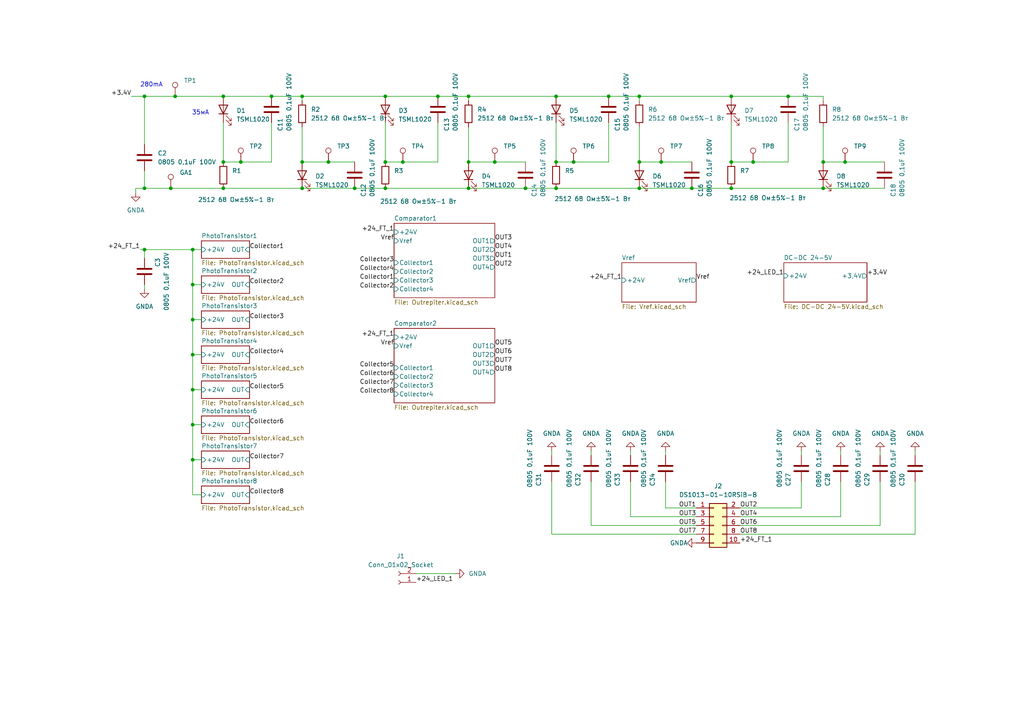
<source format=kicad_sch>
(kicad_sch (version 20231120) (generator "eeschema") (generator_version "8.0")
  (paper "A4")
  (lib_symbols
    (symbol "Connector:Conn_01x02_Socket" (pin_names (offset 1.016) hide)
      (property "Reference" "J" (at 0 2.54 0))
      (property "Value" "Conn_01x02_Socket" (at 0 -5.08 0))
      (symbol "Conn_01x02_Socket_1_1"
        (arc (start 0 -2.032) (mid -0.5058 -2.54) (end 0 -3.048) (stroke (width 0.1524)))
        (polyline (pts (xy -1.27 -2.54) (xy -0.508 -2.54)) (stroke (width 0.1524)))
        (polyline (pts (xy -1.27 0) (xy -0.508 0)) (stroke (width 0.1524)))
        (arc (start 0 0.508) (mid -0.5058 0) (end 0 -0.508) (stroke (width 0.1524)))
        (pin passive line (at -5.08 0 0) (length 3.81) (name "Pin_1") (number "1"))
        (pin passive line (at -5.08 -2.54 0) (length 3.81) (name "Pin_2") (number "2"))
      )
    )
    (symbol "Connector:TestPoint" (pin_numbers hide) (pin_names (offset 0.762) hide)
      (property "Reference" "TP" (at 0 6.858 0))
      (property "Value" "TestPoint" (at 0 5.08 0))
      (symbol "TestPoint_0_1"
        (circle (center 0 3.302) (radius 0.762))
      )
      (symbol "TestPoint_1_1"
        (pin passive line (at 0 0 90) (length 2.54) (name "1") (number "1"))
      )
    )
    (symbol "Connector_Generic:Conn_02x05_Odd_Even" (pin_names (offset 1.016) hide)
      (property "Reference" "J" (at 1.27 7.62 0))
      (property "Value" "Conn_02x05_Odd_Even" (at 1.27 -7.62 0))
      (symbol "Conn_02x05_Odd_Even_1_1"
        (rectangle (start -1.27 -4.953) (end 0 -5.207) (stroke (width 0.1524)))
        (rectangle (start -1.27 -2.413) (end 0 -2.667) (stroke (width 0.1524)))
        (rectangle (start -1.27 0.127) (end 0 -0.127) (stroke (width 0.1524)))
        (rectangle (start -1.27 2.667) (end 0 2.413) (stroke (width 0.1524)))
        (rectangle (start -1.27 5.207) (end 0 4.953) (stroke (width 0.1524)))
        (rectangle (start -1.27 6.35) (end 3.81 -6.35) (stroke (width 0.254)) (fill (type background)))
        (rectangle (start 3.81 -4.953) (end 2.54 -5.207) (stroke (width 0.1524)))
        (rectangle (start 3.81 -2.413) (end 2.54 -2.667) (stroke (width 0.1524)))
        (rectangle (start 3.81 0.127) (end 2.54 -0.127) (stroke (width 0.1524)))
        (rectangle (start 3.81 2.667) (end 2.54 2.413) (stroke (width 0.1524)))
        (rectangle (start 3.81 5.207) (end 2.54 4.953) (stroke (width 0.1524)))
        (pin passive line (at -5.08 5.08 0) (length 3.81) (name "Pin_1") (number "1"))
        (pin passive line (at 7.62 -5.08 180) (length 3.81) (name "Pin_10") (number "10"))
        (pin passive line (at 7.62 5.08 180) (length 3.81) (name "Pin_2") (number "2"))
        (pin passive line (at -5.08 2.54 0) (length 3.81) (name "Pin_3") (number "3"))
        (pin passive line (at 7.62 2.54 180) (length 3.81) (name "Pin_4") (number "4"))
        (pin passive line (at -5.08 0 0) (length 3.81) (name "Pin_5") (number "5"))
        (pin passive line (at 7.62 0 180) (length 3.81) (name "Pin_6") (number "6"))
        (pin passive line (at -5.08 -2.54 0) (length 3.81) (name "Pin_7") (number "7"))
        (pin passive line (at 7.62 -2.54 180) (length 3.81) (name "Pin_8") (number "8"))
        (pin passive line (at -5.08 -5.08 0) (length 3.81) (name "Pin_9") (number "9"))
      )
    )
    (symbol "Device:C" (pin_numbers hide) (pin_names (offset 0.254))
      (property "Reference" "C" (at 0.635 2.54 0))
      (property "Value" "C" (at 0.635 -2.54 0))
      (symbol "C_0_1"
        (polyline (pts (xy -2.032 -0.762) (xy 2.032 -0.762)) (stroke (width 0.508)))
        (polyline (pts (xy -2.032 0.762) (xy 2.032 0.762)) (stroke (width 0.508)))
      )
      (symbol "C_1_1"
        (pin passive line (at 0 3.81 270) (length 2.794) (name "~") (number "1"))
        (pin passive line (at 0 -3.81 90) (length 2.794) (name "~") (number "2"))
      )
    )
    (symbol "Device:LED" (pin_numbers hide) (pin_names (offset 1.016) hide)
      (property "Reference" "D" (at 0 2.54 0))
      (property "Value" "LED" (at 0 -2.54 0))
      (symbol "LED_0_1"
        (polyline (pts (xy -1.27 -1.27) (xy -1.27 1.27)) (stroke (width 0.254)))
        (polyline (pts (xy -1.27 0) (xy 1.27 0)))
        (polyline (pts (xy 1.27 -1.27) (xy 1.27 1.27) (xy -1.27 0) (xy 1.27 -1.27)) (stroke (width 0.254)))
        (polyline (pts (xy -3.048 -0.762) (xy -4.572 -2.286) (xy -3.81 -2.286) (xy -4.572 -2.286) (xy -4.572 -1.524)))
        (polyline (pts (xy -1.778 -0.762) (xy -3.302 -2.286) (xy -2.54 -2.286) (xy -3.302 -2.286) (xy -3.302 -1.524)))
      )
      (symbol "LED_1_1"
        (pin passive line (at -3.81 0 0) (length 2.54) (name "K") (number "1"))
        (pin passive line (at 3.81 0 180) (length 2.54) (name "A") (number "2"))
      )
    )
    (symbol "Device:R" (pin_numbers hide) (pin_names (offset 0))
      (property "Reference" "R" (at 2.032 0 90))
      (property "Value" "R" (at 0 0 90))
      (symbol "R_0_1"
        (rectangle (start -1.016 -2.54) (end 1.016 2.54) (stroke (width 0.254)))
      )
      (symbol "R_1_1"
        (pin passive line (at 0 3.81 270) (length 1.27) (name "~") (number "1"))
        (pin passive line (at 0 -3.81 90) (length 1.27) (name "~") (number "2"))
      )
    )
    (symbol "PCM_4ms_Power-symbol:GNDA" (power) (pin_numbers hide) (pin_names (offset 0) hide)
      (property "Value" "GNDA" (at 0 -3.81 0))
      (symbol "GNDA_0_1"
        (polyline (pts (xy 0 0) (xy 0 -1.27) (xy 1.27 -1.27) (xy 0 -2.54) (xy -1.27 -1.27) (xy 0 -1.27)))
      )
      (symbol "GNDA_1_1"
        (pin power_in line (at 0 0 270) (length 0) hide (name "GNDA") (number "1"))
      )
    )
  )
  (junction (at 212.09 54.61))
  (junction (at 87.63 46.99))
  (junction (at 245.11 46.99))
  (junction (at 69.85 46.99))
  (junction (at 41.91 72.39))
  (junction (at 87.63 54.61))
  (junction (at 55.88 113.03))
  (junction (at 64.77 54.61))
  (junction (at 111.76 46.99))
  (junction (at 64.77 27.94))
  (junction (at 41.91 54.61))
  (junction (at 50.8 27.94))
  (junction (at 191.77 46.99))
  (junction (at 212.09 27.94))
  (junction (at 55.88 82.55))
  (junction (at 152.4 54.61))
  (junction (at 41.91 27.94))
  (junction (at 185.42 54.61))
  (junction (at 212.09 46.99))
  (junction (at 127 27.94))
  (junction (at 185.42 46.99))
  (junction (at 161.29 27.94))
  (junction (at 55.88 72.39))
  (junction (at 143.51 46.99))
  (junction (at 218.44 46.99))
  (junction (at 55.88 102.87))
  (junction (at 200.66 54.61))
  (junction (at 116.84 46.99))
  (junction (at 55.88 133.35))
  (junction (at 64.77 46.99))
  (junction (at 102.87 54.61))
  (junction (at 176.53 27.94))
  (junction (at 161.29 46.99))
  (junction (at 111.76 54.61))
  (junction (at 95.25 46.99))
  (junction (at 135.89 46.99))
  (junction (at 228.6 27.94))
  (junction (at 78.74 27.94))
  (junction (at 166.37 46.99))
  (junction (at 87.63 27.94))
  (junction (at 55.88 123.19))
  (junction (at 185.42 27.94))
  (junction (at 161.29 54.61))
  (junction (at 111.76 27.94))
  (junction (at 135.89 27.94))
  (junction (at 135.89 54.61))
  (junction (at 238.76 54.61))
  (junction (at 238.76 46.99))
  (junction (at 49.53 54.61))
  (junction (at 55.88 92.71))
  (wire (pts (xy 228.6 27.94) (xy 212.09 27.94)))
  (wire (pts (xy 171.45 139.7) (xy 171.45 152.4)))
  (wire (pts (xy 116.84 46.99) (xy 111.76 46.99)))
  (wire (pts (xy 41.91 27.94) (xy 41.91 41.91)))
  (wire (pts (xy 58.42 82.55) (xy 55.88 82.55)))
  (wire (pts (xy 55.88 92.71) (xy 55.88 82.55)))
  (wire (pts (xy 265.43 154.94) (xy 214.63 154.94)))
  (wire (pts (xy 49.53 54.61) (xy 64.77 54.61)))
  (wire (pts (xy 232.41 147.32) (xy 214.63 147.32)))
  (wire (pts (xy 135.89 46.99) (xy 143.51 46.99)))
  (wire (pts (xy 185.42 29.21) (xy 185.42 27.94)))
  (wire (pts (xy 171.45 132.08) (xy 171.45 130.81)))
  (wire (pts (xy 87.63 27.94) (xy 111.76 27.94)))
  (wire (pts (xy 265.43 139.7) (xy 265.43 154.94)))
  (wire (pts (xy 55.88 72.39) (xy 58.42 72.39)))
  (wire (pts (xy 176.53 27.94) (xy 185.42 27.94)))
  (wire (pts (xy 243.84 132.08) (xy 243.84 130.81)))
  (wire (pts (xy 55.88 113.03) (xy 55.88 102.87)))
  (wire (pts (xy 238.76 46.99) (xy 238.76 36.83)))
  (wire (pts (xy 176.53 46.99) (xy 166.37 46.99)))
  (wire (pts (xy 143.51 46.99) (xy 152.4 46.99)))
  (wire (pts (xy 232.41 139.7) (xy 232.41 147.32)))
  (wire (pts (xy 132.08 166.37) (xy 120.65 166.37)))
  (wire (pts (xy 69.85 46.99) (xy 64.77 46.99)))
  (wire (pts (xy 232.41 132.08) (xy 232.41 130.81)))
  (wire (pts (xy 41.91 82.55) (xy 41.91 83.82)))
  (wire (pts (xy 58.42 133.35) (xy 55.88 133.35)))
  (wire (pts (xy 161.29 35.56) (xy 161.29 46.99)))
  (wire (pts (xy 245.11 46.99) (xy 256.54 46.99)))
  (wire (pts (xy 64.77 54.61) (xy 87.63 54.61)))
  (wire (pts (xy 87.63 46.99) (xy 87.63 36.83)))
  (wire (pts (xy 55.88 143.51) (xy 55.88 133.35)))
  (wire (pts (xy 228.6 35.56) (xy 228.6 46.99)))
  (wire (pts (xy 127 46.99) (xy 116.84 46.99)))
  (wire (pts (xy 243.84 139.7) (xy 243.84 149.86)))
  (wire (pts (xy 40.64 72.39) (xy 41.91 72.39)))
  (wire (pts (xy 255.27 152.4) (xy 214.63 152.4)))
  (wire (pts (xy 161.29 54.61) (xy 185.42 54.61)))
  (wire (pts (xy 127 27.94) (xy 135.89 27.94)))
  (wire (pts (xy 39.37 54.61) (xy 41.91 54.61)))
  (wire (pts (xy 87.63 54.61) (xy 102.87 54.61)))
  (wire (pts (xy 111.76 35.56) (xy 111.76 46.99)))
  (wire (pts (xy 111.76 54.61) (xy 135.89 54.61)))
  (wire (pts (xy 182.88 149.86) (xy 201.93 149.86)))
  (wire (pts (xy 182.88 139.7) (xy 182.88 149.86)))
  (wire (pts (xy 127 35.56) (xy 127 46.99)))
  (wire (pts (xy 78.74 27.94) (xy 87.63 27.94)))
  (wire (pts (xy 243.84 149.86) (xy 214.63 149.86)))
  (wire (pts (xy 102.87 54.61) (xy 111.76 54.61)))
  (wire (pts (xy 255.27 139.7) (xy 255.27 152.4)))
  (wire (pts (xy 41.91 72.39) (xy 55.88 72.39)))
  (wire (pts (xy 193.04 132.08) (xy 193.04 130.81)))
  (wire (pts (xy 185.42 54.61) (xy 200.66 54.61)))
  (wire (pts (xy 55.88 123.19) (xy 55.88 113.03)))
  (wire (pts (xy 58.42 92.71) (xy 55.88 92.71)))
  (wire (pts (xy 200.66 54.61) (xy 212.09 54.61)))
  (wire (pts (xy 78.74 35.56) (xy 78.74 46.99)))
  (wire (pts (xy 87.63 29.21) (xy 87.63 27.94)))
  (wire (pts (xy 38.1 27.94) (xy 41.91 27.94)))
  (wire (pts (xy 166.37 46.99) (xy 161.29 46.99)))
  (wire (pts (xy 135.89 27.94) (xy 161.29 27.94)))
  (wire (pts (xy 218.44 46.99) (xy 212.09 46.99)))
  (wire (pts (xy 64.77 27.94) (xy 78.74 27.94)))
  (wire (pts (xy 171.45 152.4) (xy 201.93 152.4)))
  (wire (pts (xy 55.88 133.35) (xy 55.88 123.19)))
  (wire (pts (xy 160.02 154.94) (xy 201.93 154.94)))
  (wire (pts (xy 39.37 55.88) (xy 39.37 54.61)))
  (wire (pts (xy 160.02 139.7) (xy 160.02 154.94)))
  (wire (pts (xy 238.76 54.61) (xy 256.54 54.61)))
  (wire (pts (xy 176.53 35.56) (xy 176.53 46.99)))
  (wire (pts (xy 135.89 54.61) (xy 152.4 54.61)))
  (wire (pts (xy 87.63 46.99) (xy 95.25 46.99)))
  (wire (pts (xy 238.76 27.94) (xy 228.6 27.94)))
  (wire (pts (xy 265.43 132.08) (xy 265.43 130.81)))
  (wire (pts (xy 55.88 82.55) (xy 55.88 72.39)))
  (wire (pts (xy 58.42 113.03) (xy 55.88 113.03)))
  (wire (pts (xy 185.42 46.99) (xy 191.77 46.99)))
  (wire (pts (xy 238.76 29.21) (xy 238.76 27.94)))
  (wire (pts (xy 193.04 139.7) (xy 193.04 147.32)))
  (wire (pts (xy 41.91 72.39) (xy 41.91 74.93)))
  (wire (pts (xy 58.42 102.87) (xy 55.88 102.87)))
  (wire (pts (xy 238.76 54.61) (xy 212.09 54.61)))
  (wire (pts (xy 185.42 27.94) (xy 212.09 27.94)))
  (wire (pts (xy 238.76 46.99) (xy 245.11 46.99)))
  (wire (pts (xy 228.6 46.99) (xy 218.44 46.99)))
  (wire (pts (xy 161.29 27.94) (xy 176.53 27.94)))
  (wire (pts (xy 212.09 35.56) (xy 212.09 46.99)))
  (wire (pts (xy 160.02 132.08) (xy 160.02 130.81)))
  (wire (pts (xy 135.89 46.99) (xy 135.89 36.83)))
  (wire (pts (xy 185.42 46.99) (xy 185.42 36.83)))
  (wire (pts (xy 58.42 143.51) (xy 55.88 143.51)))
  (wire (pts (xy 152.4 54.61) (xy 161.29 54.61)))
  (wire (pts (xy 182.88 132.08) (xy 182.88 130.81)))
  (wire (pts (xy 95.25 46.99) (xy 102.87 46.99)))
  (wire (pts (xy 50.8 27.94) (xy 64.77 27.94)))
  (wire (pts (xy 78.74 46.99) (xy 69.85 46.99)))
  (wire (pts (xy 255.27 132.08) (xy 255.27 130.81)))
  (wire (pts (xy 58.42 123.19) (xy 55.88 123.19)))
  (wire (pts (xy 191.77 46.99) (xy 200.66 46.99)))
  (wire (pts (xy 135.89 29.21) (xy 135.89 27.94)))
  (wire (pts (xy 41.91 27.94) (xy 50.8 27.94)))
  (wire (pts (xy 193.04 147.32) (xy 201.93 147.32)))
  (wire (pts (xy 41.91 49.53) (xy 41.91 54.61)))
  (wire (pts (xy 55.88 102.87) (xy 55.88 92.71)))
  (wire (pts (xy 41.91 54.61) (xy 49.53 54.61)))
  (wire (pts (xy 64.77 35.56) (xy 64.77 46.99)))
  (wire (pts (xy 111.76 27.94) (xy 127 27.94)))
  (text "35мА" (at 58.166 32.766 0) (effects (font (size 1.27 1.27))))
  (text "280mA" (at 40.64 25.4 0) (effects (font (size 1.27 1.27)) (justify left bottom)))
  (label "Vref" (at 114.3 69.85 180))
  (label "OUT6" (at 214.63 152.4 0))
  (label "OUT3" (at 143.51 69.85 0))
  (label "Collector4" (at 114.3 78.74 180))
  (label "Vref" (at 201.93 81.28 0))
  (label "OUT2" (at 214.63 147.32 0))
  (label "+24_FT_1" (at 40.64 72.39 180))
  (label "OUT7" (at 143.51 105.41 0))
  (label "Collector7" (at 114.3 111.76 180))
  (label "OUT8" (at 143.51 107.95 0))
  (label "OUT4" (at 143.51 72.39 0))
  (label "OUT7" (at 201.93 154.94 180))
  (label "+24_FT_1" (at 214.63 157.48 0))
  (label "Collector5" (at 72.39 113.03 0))
  (label "Collector6" (at 72.39 123.19 0))
  (label "OUT2" (at 143.51 77.47 0))
  (label "Collector2" (at 114.3 83.82 180))
  (label "OUT6" (at 143.51 102.87 0))
  (label "OUT3" (at 201.93 149.86 180))
  (label "Collector1" (at 72.39 72.39 0))
  (label "Collector3" (at 114.3 76.2 180))
  (label "Collector8" (at 114.3 114.3 180))
  (label "OUT1" (at 143.51 74.93 0))
  (label "OUT8" (at 214.63 154.94 0))
  (label "OUT4" (at 214.63 149.86 0))
  (label "+24_FT_1" (at 114.3 67.31 180))
  (label "Collector2" (at 72.39 82.55 0))
  (label "Vref" (at 114.3 100.33 180))
  (label "+24_FT_1" (at 114.3 97.79 180))
  (label "+3.4V" (at 38.1 27.94 180))
  (label "Collector3" (at 72.39 92.71 0))
  (label "OUT1" (at 201.93 147.32 180))
  (label "Collector8" (at 72.39 143.51 0))
  (label "Collector4" (at 72.39 102.87 0))
  (label "OUT5" (at 201.93 152.4 180))
  (label "OUT5" (at 143.51 100.33 0))
  (label "+3.4V" (at 251.46 80.01 0))
  (label "+24_FT_1" (at 180.34 81.28 180))
  (label "+24_LED_1" (at 120.65 168.91 0))
  (label "+24_LED_1" (at 227.33 80.01 180))
  (label "Collector1" (at 114.3 81.28 180))
  (label "Collector5" (at 114.3 106.68 180))
  (label "Collector7" (at 72.39 133.35 0))
  (label "Collector6" (at 114.3 109.22 180))
  (symbol (lib_id "Device:C") (at 256.54 50.8 0) (unit 1)
    (property "Reference" "C18" (at 259.08 57.15 90) (effects (justify left)))
    (property "Value" "0805 0,1uF 100V" (at 261.62 57.15 90) (effects (justify left)))
    (property "Footprint" "Capacitor_SMD:C_0805_2012Metric" (effects (hide yes)))
  )
  (symbol (lib_id "PCM_4ms_Power-symbol:GNDA") (at 243.84 130.81 180) (unit 1)
    (property "Reference" "#PWR031" (effects (hide yes)))
    (property "Value" "GNDA" (at 243.84 125.73 0))
  )
  (symbol (lib_id "Device:R") (at 238.76 33.02 0) (unit 1)
    (property "Reference" "R8" (at 241.3 31.75 0) (effects (justify left)))
    (property "Value" "2512 68 Ом±5%-1 Вт" (at 241.3 34.29 0) (effects (justify left)))
    (property "Footprint" "Resistor_SMD:R_2512_6332Metric" (effects (hide yes)))
  )
  (symbol (lib_id "Device:C") (at 200.66 50.8 0) (unit 1)
    (property "Reference" "C16" (at 203.2 57.15 90) (effects (justify left)))
    (property "Value" "0805 0,1uF 100V" (at 205.74 57.15 90) (effects (justify left)))
    (property "Footprint" "Capacitor_SMD:C_0805_2012Metric" (effects (hide yes)))
  )
  (symbol (lib_id "PCM_4ms_Power-symbol:GNDA") (at 182.88 130.81 180) (unit 1)
    (property "Reference" "#PWR036" (effects (hide yes)))
    (property "Value" "GNDA" (at 182.88 125.73 0))
  )
  (symbol (lib_id "Device:C") (at 265.43 135.89 180) (unit 1)
    (property "Reference" "C30" (at 261.62 137.16 90) (effects (justify left)))
    (property "Value" "0805 0,1uF 100V" (at 259.08 124.46 90) (effects (justify left)))
    (property "Footprint" "Capacitor_SMD:C_0805_2012Metric" (effects (hide yes)))
  )
  (symbol (lib_id "Device:R") (at 212.09 50.8 0) (unit 1)
    (property "Reference" "R7" (at 214.63 49.53 0) (effects (justify left)))
    (property "Value" "2512 68 Ом±5%-1 Вт" (at 211.582 57.404 0) (effects (justify left)))
    (property "Footprint" "Resistor_SMD:R_2512_6332Metric" (effects (hide yes)))
  )
  (symbol (lib_id "PCM_4ms_Power-symbol:GNDA") (at 193.04 130.81 180) (unit 1)
    (property "Reference" "#PWR037" (effects (hide yes)))
    (property "Value" "GNDA" (at 193.04 125.73 0))
  )
  (symbol (lib_id "Device:R") (at 111.76 50.8 0) (unit 1)
    (property "Reference" "R3" (at 114.3 49.53 0) (effects (justify left)))
    (property "Value" "2512 68 Ом±5%-1 Вт" (at 110.236 58.42 0) (effects (justify left)))
    (property "Footprint" "Resistor_SMD:R_2512_6332Metric" (effects (hide yes)))
  )
  (symbol (lib_id "Device:C") (at 102.87 50.8 0) (unit 1)
    (property "Reference" "C12" (at 105.41 57.15 90) (effects (justify left)))
    (property "Value" "0805 0,1uF 100V" (at 107.95 57.15 90) (effects (justify left)))
    (property "Footprint" "Capacitor_SMD:C_0805_2012Metric" (effects (hide yes)))
  )
  (symbol (lib_id "Connector:TestPoint") (at 69.85 46.99 0) (unit 1)
    (property "Reference" "TP2" (at 72.39 42.4179 0) (effects (justify left)))
    (property "Value" "TestPoint" (effects (hide yes)))
    (property "Footprint" "TestPoint:TestPoint_Pad_D1.0mm" (effects (hide yes)))
    (property "Description" "test point" (effects (hide yes)))
  )
  (symbol (lib_id "Device:R") (at 135.89 33.02 0) (unit 1)
    (property "Reference" "R4" (at 138.43 31.75 0) (effects (justify left)))
    (property "Value" "2512 68 Ом±5%-1 Вт" (at 138.43 34.29 0) (effects (justify left)))
    (property "Footprint" "Resistor_SMD:R_2512_6332Metric" (effects (hide yes)))
  )
  (symbol (lib_id "Device:C") (at 182.88 135.89 180) (unit 1)
    (property "Reference" "C33" (at 179.07 137.16 90) (effects (justify left)))
    (property "Value" "0805 0,1uF 100V" (at 176.53 124.46 90) (effects (justify left)))
    (property "Footprint" "Capacitor_SMD:C_0805_2012Metric" (effects (hide yes)))
  )
  (symbol (lib_id "Connector:TestPoint") (at 166.37 46.99 0) (unit 1)
    (property "Reference" "TP6" (at 168.91 42.4179 0) (effects (justify left)))
    (property "Value" "TestPoint" (effects (hide yes)))
    (property "Footprint" "TestPoint:TestPoint_Pad_D1.0mm" (effects (hide yes)))
    (property "Description" "test point" (effects (hide yes)))
  )
  (symbol (lib_id "Connector:TestPoint") (at 49.53 54.61 0) (unit 1)
    (property "Reference" "GA1" (at 52.07 50.0379 0) (effects (justify left)))
    (property "Value" "TestPoint" (effects (hide yes)))
    (property "Footprint" "TestPoint:TestPoint_Pad_D1.0mm" (effects (hide yes)))
    (property "Description" "test point" (effects (hide yes)))
  )
  (symbol (lib_id "Device:R") (at 64.77 50.8 0) (unit 1)
    (property "Reference" "R1" (at 67.31 49.53 0) (effects (justify left)))
    (property "Value" "2512 68 Ом±5%-1 Вт" (at 57.404 57.912 0) (effects (justify left)))
    (property "Footprint" "Resistor_SMD:R_2512_6332Metric" (effects (hide yes)))
  )
  (symbol (lib_id "Connector:TestPoint") (at 191.77 46.99 0) (unit 1)
    (property "Reference" "TP7" (at 194.31 42.4179 0) (effects (justify left)))
    (property "Value" "TestPoint" (effects (hide yes)))
    (property "Footprint" "TestPoint:TestPoint_Pad_D1.0mm" (effects (hide yes)))
    (property "Description" "test point" (effects (hide yes)))
  )
  (symbol (lib_id "PCM_4ms_Power-symbol:GNDA") (at 39.37 55.88 0) (unit 1)
    (property "Reference" "#PWR01" (effects (hide yes)))
    (property "Value" "GNDA" (at 39.37 60.96 0))
  )
  (symbol (lib_id "Device:C") (at 160.02 135.89 180) (unit 1)
    (property "Reference" "C31" (at 156.21 137.16 90) (effects (justify left)))
    (property "Value" "0805 0,1uF 100V" (at 153.67 124.46 90) (effects (justify left)))
    (property "Footprint" "Capacitor_SMD:C_0805_2012Metric" (effects (hide yes)))
  )
  (symbol (lib_id "PCM_4ms_Power-symbol:GNDA") (at 160.02 130.81 180) (unit 1)
    (property "Reference" "#PWR034" (effects (hide yes)))
    (property "Value" "GNDA" (at 160.02 125.73 0))
  )
  (symbol (lib_id "Device:LED") (at 212.09 31.75 90) (unit 1)
    (property "Reference" "D7" (at 215.9 32.0675 90) (effects (justify right)))
    (property "Value" "TSML1020" (at 215.9 34.6075 90) (effects (justify right)))
    (property "Footprint" "Diode_SMD:D_MiniMELF" (effects (hide yes)))
    (property "Datasheet" "https://static.chipdip.ru/lib/677/DOC040677850.pdf" (effects (hide yes)))
  )
  (symbol (lib_id "PCM_4ms_Power-symbol:GNDA") (at 171.45 130.81 180) (unit 1)
    (property "Reference" "#PWR035" (effects (hide yes)))
    (property "Value" "GNDA" (at 171.45 125.73 0))
  )
  (symbol (lib_id "Device:R") (at 185.42 33.02 0) (unit 1)
    (property "Reference" "R6" (at 187.96 31.75 0) (effects (justify left)))
    (property "Value" "2512 68 Ом±5%-1 Вт" (at 187.96 34.29 0) (effects (justify left)))
    (property "Footprint" "Resistor_SMD:R_2512_6332Metric" (effects (hide yes)))
  )
  (symbol (lib_id "Device:LED") (at 111.76 31.75 90) (unit 1)
    (property "Reference" "D3" (at 115.57 32.0675 90) (effects (justify right)))
    (property "Value" "TSML1020" (at 115.57 34.6075 90) (effects (justify right)))
    (property "Footprint" "Diode_SMD:D_MiniMELF" (effects (hide yes)))
    (property "Datasheet" "https://static.chipdip.ru/lib/677/DOC040677850.pdf" (effects (hide yes)))
  )
  (symbol (lib_id "Device:LED") (at 135.89 50.8 90) (unit 1)
    (property "Reference" "D4" (at 139.7 51.1175 90) (effects (justify right)))
    (property "Value" "TSML1020" (at 139.7 53.6575 90) (effects (justify right)))
    (property "Footprint" "Diode_SMD:D_MiniMELF" (effects (hide yes)))
    (property "Datasheet" "https://static.chipdip.ru/lib/677/DOC040677850.pdf" (effects (hide yes)))
  )
  (symbol (lib_id "Device:R") (at 87.63 33.02 0) (unit 1)
    (property "Reference" "R2" (at 90.17 31.75 0) (effects (justify left)))
    (property "Value" "2512 68 Ом±5%-1 Вт" (at 90.17 34.29 0) (effects (justify left)))
    (property "Footprint" "Resistor_SMD:R_2512_6332Metric" (effects (hide yes)))
  )
  (symbol (lib_id "Device:LED") (at 161.29 31.75 90) (unit 1)
    (property "Reference" "D5" (at 165.1 32.0675 90) (effects (justify right)))
    (property "Value" "TSML1020" (at 165.1 34.6075 90) (effects (justify right)))
    (property "Footprint" "Diode_SMD:D_MiniMELF" (effects (hide yes)))
    (property "Datasheet" "https://static.chipdip.ru/lib/677/DOC040677850.pdf" (effects (hide yes)))
  )
  (symbol (lib_id "Device:C") (at 255.27 135.89 180) (unit 1)
    (property "Reference" "C29" (at 251.46 137.16 90) (effects (justify left)))
    (property "Value" "0805 0,1uF 100V" (at 248.92 124.46 90) (effects (justify left)))
    (property "Footprint" "Capacitor_SMD:C_0805_2012Metric" (effects (hide yes)))
  )
  (symbol (lib_id "Device:C") (at 152.4 50.8 0) (unit 1)
    (property "Reference" "C14" (at 154.94 57.15 90) (effects (justify left)))
    (property "Value" "0805 0,1uF 100V" (at 157.48 57.15 90) (effects (justify left)))
    (property "Footprint" "Capacitor_SMD:C_0805_2012Metric" (effects (hide yes)))
  )
  (symbol (lib_id "Device:LED") (at 185.42 50.8 90) (unit 1)
    (property "Reference" "D6" (at 189.23 51.1175 90) (effects (justify right)))
    (property "Value" "TSML1020" (at 189.23 53.6575 90) (effects (justify right)))
    (property "Footprint" "Diode_SMD:D_MiniMELF" (effects (hide yes)))
    (property "Datasheet" "https://static.chipdip.ru/lib/677/DOC040677850.pdf" (effects (hide yes)))
  )
  (symbol (lib_id "Device:C") (at 228.6 31.75 0) (unit 1)
    (property "Reference" "C17" (at 231.14 38.1 90) (effects (justify left)))
    (property "Value" "0805 0,1uF 100V" (at 233.68 38.1 90) (effects (justify left)))
    (property "Footprint" "Capacitor_SMD:C_0805_2012Metric" (effects (hide yes)))
  )
  (symbol (lib_id "Device:C") (at 127 31.75 0) (unit 1)
    (property "Reference" "C13" (at 129.54 38.1 90) (effects (justify left)))
    (property "Value" "0805 0,1uF 100V" (at 132.08 38.1 90) (effects (justify left)))
    (property "Footprint" "Capacitor_SMD:C_0805_2012Metric" (effects (hide yes)))
  )
  (symbol (lib_id "Connector_Generic:Conn_02x05_Odd_Even") (at 207.01 152.4 0) (unit 1)
    (property "Reference" "J2" (at 208.28 140.97 0))
    (property "Value" "DS1013-01-10RSiB-B" (at 208.28 143.51 0))
    (property "Footprint" "Connector_IDC:IDC-Header_2x05_P2.54mm_Horizontal" (effects (hide yes)))
  )
  (symbol (lib_id "Device:C") (at 232.41 135.89 180) (unit 1)
    (property "Reference" "C27" (at 228.6 137.16 90) (effects (justify left)))
    (property "Value" "0805 0,1uF 100V" (at 226.06 124.46 90) (effects (justify left)))
    (property "Footprint" "Capacitor_SMD:C_0805_2012Metric" (effects (hide yes)))
  )
  (symbol (lib_id "PCM_4ms_Power-symbol:GNDA") (at 132.08 166.37 90) (unit 1)
    (property "Reference" "#PWR024" (effects (hide yes)))
    (property "Value" "GNDA" (at 135.89 166.37 90) (effects (justify right)))
  )
  (symbol (lib_id "PCM_4ms_Power-symbol:GNDA") (at 255.27 130.81 180) (unit 1)
    (property "Reference" "#PWR032" (effects (hide yes)))
    (property "Value" "GNDA" (at 255.27 125.73 0))
  )
  (symbol (lib_id "Device:C") (at 193.04 135.89 180) (unit 1)
    (property "Reference" "C34" (at 189.23 137.16 90) (effects (justify left)))
    (property "Value" "0805 0,1uF 100V" (at 186.69 124.46 90) (effects (justify left)))
    (property "Footprint" "Capacitor_SMD:C_0805_2012Metric" (effects (hide yes)))
  )
  (symbol (lib_id "Connector:TestPoint") (at 143.51 46.99 0) (unit 1)
    (property "Reference" "TP5" (at 146.05 42.4179 0) (effects (justify left)))
    (property "Value" "TestPoint" (effects (hide yes)))
    (property "Footprint" "TestPoint:TestPoint_Pad_D1.0mm" (effects (hide yes)))
    (property "Description" "test point" (effects (hide yes)))
  )
  (symbol (lib_id "Device:LED") (at 87.63 50.8 90) (unit 1)
    (property "Reference" "D2" (at 91.44 51.1175 90) (effects (justify right)))
    (property "Value" "TSML1020" (at 91.44 53.6575 90) (effects (justify right)))
    (property "Footprint" "Diode_SMD:D_MiniMELF" (effects (hide yes)))
    (property "Datasheet" "https://static.chipdip.ru/lib/677/DOC040677850.pdf" (effects (hide yes)))
  )
  (symbol (lib_id "Device:C") (at 78.74 31.75 0) (unit 1)
    (property "Reference" "C11" (at 81.28 38.1 90) (effects (justify left)))
    (property "Value" "0805 0,1uF 100V" (at 83.82 38.1 90) (effects (justify left)))
    (property "Footprint" "Capacitor_SMD:C_0805_2012Metric" (effects (hide yes)))
  )
  (symbol (lib_id "Device:C") (at 243.84 135.89 180) (unit 1)
    (property "Reference" "C28" (at 240.03 137.16 90) (effects (justify left)))
    (property "Value" "0805 0,1uF 100V" (at 237.49 124.46 90) (effects (justify left)))
    (property "Footprint" "Capacitor_SMD:C_0805_2012Metric" (effects (hide yes)))
  )
  (symbol (lib_id "PCM_4ms_Power-symbol:GNDA") (at 265.43 130.81 180) (unit 1)
    (property "Reference" "#PWR033" (effects (hide yes)))
    (property "Value" "GNDA" (at 265.43 125.73 0))
  )
  (symbol (lib_id "PCM_4ms_Power-symbol:GNDA") (at 201.93 157.48 270) (unit 1)
    (property "Reference" "#PWR023" (effects (hide yes)))
    (property "Value" "GNDA" (at 194.31 157.48 90) (effects (justify left)))
  )
  (symbol (lib_id "Connector:TestPoint") (at 218.44 46.99 0) (unit 1)
    (property "Reference" "TP8" (at 220.98 42.4179 0) (effects (justify left)))
    (property "Value" "TestPoint" (effects (hide yes)))
    (property "Footprint" "TestPoint:TestPoint_Pad_D1.0mm" (effects (hide yes)))
    (property "Description" "test point" (effects (hide yes)))
  )
  (symbol (lib_id "Connector:TestPoint") (at 95.25 46.99 0) (unit 1)
    (property "Reference" "TP3" (at 97.79 42.4179 0) (effects (justify left)))
    (property "Value" "TestPoint" (effects (hide yes)))
    (property "Footprint" "TestPoint:TestPoint_Pad_D1.0mm" (effects (hide yes)))
    (property "Description" "test point" (effects (hide yes)))
  )
  (symbol (lib_id "Connector:TestPoint") (at 50.8 27.94 0) (unit 1)
    (property "Reference" "TP1" (at 53.34 23.3679 0) (effects (justify left)))
    (property "Value" "TestPoint" (effects (hide yes)))
    (property "Footprint" "TestPoint:TestPoint_Pad_D1.0mm" (effects (hide yes)))
    (property "Description" "test point" (effects (hide yes)))
  )
  (symbol (lib_id "Device:C") (at 41.91 45.72 0) (unit 1)
    (property "Reference" "C2" (at 45.72 44.45 0) (effects (justify left)))
    (property "Value" "0805 0,1uF 100V" (at 45.72 46.99 0) (effects (justify left)))
    (property "Footprint" "Capacitor_SMD:C_0805_2012Metric" (effects (hide yes)))
  )
  (symbol (lib_id "Connector:Conn_01x02_Socket") (at 115.57 168.91 180) (unit 1) (in_bom no)
    (property "Reference" "J1" (at 116.205 161.29 0))
    (property "Value" "Conn_01x02_Socket" (at 116.205 163.83 0))
    (property "Footprint" "Connector_Wire:SolderWire-0.75sqmm_1x02_P7mm_D1.25mm_OD3.5mm" (effects (hide yes)))
  )
  (symbol (lib_id "PCM_4ms_Power-symbol:GNDA") (at 41.91 83.82 0) (unit 1)
    (property "Reference" "#PWR07" (effects (hide yes)))
    (property "Value" "GNDA" (at 41.91 88.9 0))
  )
  (symbol (lib_id "Device:C") (at 171.45 135.89 180) (unit 1)
    (property "Reference" "C32" (at 167.64 137.16 90) (effects (justify left)))
    (property "Value" "0805 0,1uF 100V" (at 165.1 124.46 90) (effects (justify left)))
    (property "Footprint" "Capacitor_SMD:C_0805_2012Metric" (effects (hide yes)))
  )
  (symbol (lib_id "Connector:TestPoint") (at 116.84 46.99 0) (unit 1)
    (property "Reference" "TP4" (at 119.38 42.4179 0) (effects (justify left)))
    (property "Value" "TestPoint" (effects (hide yes)))
    (property "Footprint" "TestPoint:TestPoint_Pad_D1.0mm" (effects (hide yes)))
    (property "Description" "test point" (effects (hide yes)))
  )
  (symbol (lib_id "Device:C") (at 41.91 78.74 0) (unit 1)
    (property "Reference" "C3" (at 45.72 77.47 90) (effects (justify left)))
    (property "Value" "0805 0,1uF 100V" (at 48.26 90.17 90) (effects (justify left)))
    (property "Footprint" "Capacitor_SMD:C_0805_2012Metric" (effects (hide yes)))
  )
  (symbol (lib_id "PCM_4ms_Power-symbol:GNDA") (at 232.41 130.81 180) (unit 1)
    (property "Reference" "#PWR030" (effects (hide yes)))
    (property "Value" "GNDA" (at 232.41 125.73 0))
  )
  (symbol (lib_id "Device:LED") (at 64.77 31.75 90) (unit 1)
    (property "Reference" "D1" (at 68.58 32.0675 90) (effects (justify right)))
    (property "Value" "TSML1020" (at 68.58 34.6075 90) (effects (justify right)))
    (property "Footprint" "Diode_SMD:D_MiniMELF" (effects (hide yes)))
    (property "Datasheet" "https://static.chipdip.ru/lib/677/DOC040677850.pdf" (effects (hide yes)))
  )
  (symbol (lib_id "Connector:TestPoint") (at 245.11 46.99 0) (unit 1)
    (property "Reference" "TP9" (at 247.65 42.4179 0) (effects (justify left)))
    (property "Value" "TestPoint" (effects (hide yes)))
    (property "Footprint" "TestPoint:TestPoint_Pad_D1.0mm" (effects (hide yes)))
    (property "Description" "test point" (effects (hide yes)))
  )
  (symbol (lib_id "Device:C") (at 176.53 31.75 0) (unit 1)
    (property "Reference" "C15" (at 179.07 38.1 90) (effects (justify left)))
    (property "Value" "0805 0,1uF 100V" (at 181.61 38.1 90) (effects (justify left)))
    (property "Footprint" "Capacitor_SMD:C_0805_2012Metric" (effects (hide yes)))
  )
  (symbol (lib_id "Device:LED") (at 238.76 50.8 90) (unit 1)
    (property "Reference" "D8" (at 242.57 51.1175 90) (effects (justify right)))
    (property "Value" "TSML1020" (at 242.57 53.6575 90) (effects (justify right)))
    (property "Footprint" "Diode_SMD:D_MiniMELF" (effects (hide yes)))
    (property "Datasheet" "https://static.chipdip.ru/lib/677/DOC040677850.pdf" (effects (hide yes)))
  )
  (symbol (lib_id "Device:R") (at 161.29 50.8 0) (unit 1)
    (property "Reference" "R5" (at 163.83 49.53 0) (effects (justify left)))
    (property "Value" "2512 68 Ом±5%-1 Вт" (at 160.782 57.658 0) (effects (justify left)))
    (property "Footprint" "Resistor_SMD:R_2512_6332Metric" (effects (hide yes)))
  )
  (sheet (at 58.42 90.17) (size 13.97 5.08) (stroke (width 0.1524))
    (property "Sheetname" "PhotoTransistor3" (at 58.42 89.4584 0) (effects (justify left bottom)))
    (property "Sheetfile" "PhotoTransistor.kicad_sch" (at 58.42 95.8346 0) (effects (justify left top)))
    (pin "OUT" input (at 72.39 92.71 0))
    (pin "+24V" input (at 58.42 92.71 180))
  )
  (sheet (at 114.3 64.77) (size 29.21 21.59) (stroke (width 0.1524))
    (property "Sheetname" "Comparator1" (at 114.3 64.0584 0) (effects (justify left bottom)))
    (property "Sheetfile" "Outrepiter.kicad_sch" (at 114.3 86.9446 0) (effects (justify left top)))
    (pin "+24V" input (at 114.3 67.31 180))
    (pin "OUT1" output (at 143.51 69.85 0))
    (pin "OUT2" output (at 143.51 72.39 0))
    (pin "Vref" input (at 114.3 69.85 180))
    (pin "Collector4" input (at 114.3 83.82 180))
    (pin "Collector1" input (at 114.3 76.2 180))
    (pin "Collector3" input (at 114.3 81.28 180))
    (pin "Collector2" input (at 114.3 78.74 180))
    (pin "OUT3" output (at 143.51 74.93 0))
    (pin "OUT4" output (at 143.51 77.47 0))
  )
  (sheet (at 58.42 100.33) (size 13.97 5.08) (stroke (width 0.1524))
    (property "Sheetname" "PhotoTransistor4" (at 58.42 99.6184 0) (effects (justify left bottom)))
    (property "Sheetfile" "PhotoTransistor.kicad_sch" (at 58.42 105.9946 0) (effects (justify left top)))
    (pin "OUT" input (at 72.39 102.87 0))
    (pin "+24V" input (at 58.42 102.87 180))
  )
  (sheet (at 58.42 130.81) (size 13.97 5.08) (stroke (width 0.1524))
    (property "Sheetname" "PhotoTransistor7" (at 58.42 130.0984 0) (effects (justify left bottom)))
    (property "Sheetfile" "PhotoTransistor.kicad_sch" (at 58.42 136.4746 0) (effects (justify left top)))
    (pin "OUT" input (at 72.39 133.35 0))
    (pin "+24V" input (at 58.42 133.35 180))
  )
  (sheet (at 58.42 120.65) (size 13.97 5.08) (stroke (width 0.1524))
    (property "Sheetname" "PhotoTransistor6" (at 58.42 119.9384 0) (effects (justify left bottom)))
    (property "Sheetfile" "PhotoTransistor.kicad_sch" (at 58.42 126.3146 0) (effects (justify left top)))
    (pin "OUT" input (at 72.39 123.19 0))
    (pin "+24V" input (at 58.42 123.19 180))
  )
  (sheet (at 114.3 95.25) (size 29.21 21.59) (stroke (width 0.1524))
    (property "Sheetname" "Comparator2" (at 114.3 94.5384 0) (effects (justify left bottom)))
    (property "Sheetfile" "Outrepiter.kicad_sch" (at 114.3 117.4246 0) (effects (justify left top)))
    (pin "+24V" input (at 114.3 97.79 180))
    (pin "OUT1" output (at 143.51 100.33 0))
    (pin "OUT2" output (at 143.51 102.87 0))
    (pin "Vref" input (at 114.3 100.33 180))
    (pin "Collector4" input (at 114.3 114.3 180))
    (pin "Collector1" input (at 114.3 106.68 180))
    (pin "Collector3" input (at 114.3 111.76 180))
    (pin "Collector2" input (at 114.3 109.22 180))
    (pin "OUT3" output (at 143.51 105.41 0))
    (pin "OUT4" output (at 143.51 107.95 0))
  )
  (sheet (at 58.42 110.49) (size 13.97 5.08) (stroke (width 0.1524))
    (property "Sheetname" "PhotoTransistor5" (at 58.42 109.7784 0) (effects (justify left bottom)))
    (property "Sheetfile" "PhotoTransistor.kicad_sch" (at 58.42 116.1546 0) (effects (justify left top)))
    (pin "OUT" input (at 72.39 113.03 0))
    (pin "+24V" input (at 58.42 113.03 180))
  )
  (sheet (at 58.42 140.97) (size 13.97 5.08) (stroke (width 0.1524))
    (property "Sheetname" "PhotoTransistor8" (at 58.42 140.2584 0) (effects (justify left bottom)))
    (property "Sheetfile" "PhotoTransistor.kicad_sch" (at 58.42 146.6346 0) (effects (justify left top)))
    (pin "OUT" input (at 72.39 143.51 0))
    (pin "+24V" input (at 58.42 143.51 180))
  )
  (sheet (at 58.42 80.01) (size 13.97 5.08) (stroke (width 0.1524))
    (property "Sheetname" "PhotoTransistor2" (at 58.42 79.2984 0) (effects (justify left bottom)))
    (property "Sheetfile" "PhotoTransistor.kicad_sch" (at 58.42 85.6746 0) (effects (justify left top)))
    (pin "OUT" input (at 72.39 82.55 0))
    (pin "+24V" input (at 58.42 82.55 180))
  )
  (sheet (at 58.42 69.85) (size 13.97 5.08) (stroke (width 0.1524))
    (property "Sheetname" "PhotoTransistor1" (at 58.42 69.1384 0) (effects (justify left bottom)))
    (property "Sheetfile" "PhotoTransistor.kicad_sch" (at 58.42 75.5146 0) (effects (justify left top)))
    (pin "OUT" input (at 72.39 72.39 0))
    (pin "+24V" input (at 58.42 72.39 180))
  )
  (sheet (at 227.33 76.2) (size 24.13 11.43) (stroke (width 0.1524))
    (property "Sheetname" "DC-DC 24-5V" (at 227.33 75.4884 0) (effects (justify left bottom)))
    (property "Sheetfile" "DC-DC 24-5V.kicad_sch" (at 227.33 88.2146 0) (effects (justify left top)))
    (pin "+24V" input (at 227.33 80.01 180))
    (pin "+3,4V" output (at 251.46 80.01 0))
  )
  (sheet (at 180.34 76.2) (size 21.59 11.43) (stroke (width 0.1524))
    (property "Sheetname" "Vref" (at 180.34 75.4884 0) (effects (justify left bottom)))
    (property "Sheetfile" "Vref.kicad_sch" (at 180.34 88.2146 0) (effects (justify left top)))
    (pin "Vref" output (at 201.93 81.28 0))
    (pin "+24V" input (at 180.34 81.28 180))
  )
)
</source>
